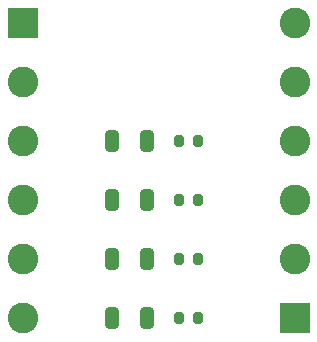
<source format=gbr>
%TF.GenerationSoftware,KiCad,Pcbnew,8.0.4*%
%TF.CreationDate,2024-10-17T15:12:59+10:30*%
%TF.ProjectId,bias circuit,62696173-2063-4697-9263-7569742e6b69,rev?*%
%TF.SameCoordinates,Original*%
%TF.FileFunction,Soldermask,Top*%
%TF.FilePolarity,Negative*%
%FSLAX46Y46*%
G04 Gerber Fmt 4.6, Leading zero omitted, Abs format (unit mm)*
G04 Created by KiCad (PCBNEW 8.0.4) date 2024-10-17 15:12:59*
%MOMM*%
%LPD*%
G01*
G04 APERTURE LIST*
G04 Aperture macros list*
%AMRoundRect*
0 Rectangle with rounded corners*
0 $1 Rounding radius*
0 $2 $3 $4 $5 $6 $7 $8 $9 X,Y pos of 4 corners*
0 Add a 4 corners polygon primitive as box body*
4,1,4,$2,$3,$4,$5,$6,$7,$8,$9,$2,$3,0*
0 Add four circle primitives for the rounded corners*
1,1,$1+$1,$2,$3*
1,1,$1+$1,$4,$5*
1,1,$1+$1,$6,$7*
1,1,$1+$1,$8,$9*
0 Add four rect primitives between the rounded corners*
20,1,$1+$1,$2,$3,$4,$5,0*
20,1,$1+$1,$4,$5,$6,$7,0*
20,1,$1+$1,$6,$7,$8,$9,0*
20,1,$1+$1,$8,$9,$2,$3,0*%
G04 Aperture macros list end*
%ADD10R,2.600000X2.600000*%
%ADD11C,2.600000*%
%ADD12RoundRect,0.200000X-0.200000X-0.275000X0.200000X-0.275000X0.200000X0.275000X-0.200000X0.275000X0*%
%ADD13RoundRect,0.250000X-0.325000X-0.650000X0.325000X-0.650000X0.325000X0.650000X-0.325000X0.650000X0*%
G04 APERTURE END LIST*
D10*
%TO.C,J2*%
X148000000Y-110000000D03*
D11*
X148000000Y-105000000D03*
X148000000Y-100000000D03*
X148000000Y-95000000D03*
X148000000Y-90000000D03*
X148000000Y-85000000D03*
%TD*%
%TO.C,J1*%
X125000000Y-110000000D03*
X125000000Y-105000000D03*
X125000000Y-100000000D03*
X125000000Y-95000000D03*
X125000000Y-90000000D03*
D10*
X125000000Y-85000000D03*
%TD*%
D12*
%TO.C,R4*%
X139825000Y-110000000D03*
X138175000Y-110000000D03*
%TD*%
%TO.C,R3*%
X139825000Y-105000000D03*
X138175000Y-105000000D03*
%TD*%
%TO.C,R2*%
X139825000Y-100000000D03*
X138175000Y-100000000D03*
%TD*%
%TO.C,R1*%
X139825000Y-95000000D03*
X138175000Y-95000000D03*
%TD*%
D13*
%TO.C,C4*%
X135475000Y-110000000D03*
X132525000Y-110000000D03*
%TD*%
%TO.C,C3*%
X135475000Y-105000000D03*
X132525000Y-105000000D03*
%TD*%
%TO.C,C2*%
X135475000Y-100000000D03*
X132525000Y-100000000D03*
%TD*%
%TO.C,C1*%
X135475000Y-95000000D03*
X132525000Y-95000000D03*
%TD*%
M02*

</source>
